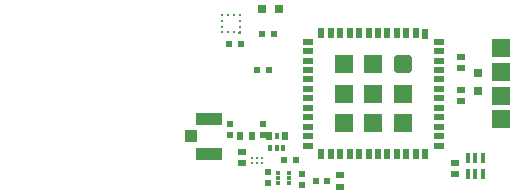
<source format=gbp>
G04*
G04 #@! TF.GenerationSoftware,Altium Limited,Altium Designer,19.1.6 (110)*
G04*
G04 Layer_Color=128*
%FSAX25Y25*%
%MOIN*%
G70*
G01*
G75*
%ADD17R,0.01968X0.02362*%
%ADD18R,0.02362X0.01968*%
%ADD23R,0.03150X0.03150*%
%ADD25R,0.03150X0.03150*%
%ADD26R,0.02520X0.02362*%
%ADD61C,0.01181*%
%ADD62R,0.01181X0.01968*%
%ADD63R,0.01968X0.02803*%
%ADD64R,0.05906X0.05906*%
%ADD65R,0.01575X0.01181*%
%ADD66R,0.01575X0.03543*%
%ADD67R,0.05906X0.05906*%
G04:AMPARAMS|DCode=68|XSize=59.06mil|YSize=59.06mil|CornerRadius=5.91mil|HoleSize=0mil|Usage=FLASHONLY|Rotation=180.000|XOffset=0mil|YOffset=0mil|HoleType=Round|Shape=RoundedRectangle|*
%AMROUNDEDRECTD68*
21,1,0.05906,0.04724,0,0,180.0*
21,1,0.04724,0.05906,0,0,180.0*
1,1,0.01181,-0.02362,0.02362*
1,1,0.01181,0.02362,0.02362*
1,1,0.01181,0.02362,-0.02362*
1,1,0.01181,-0.02362,-0.02362*
%
%ADD68ROUNDEDRECTD68*%
%ADD71R,0.00394X0.00394*%
%ADD72R,0.00984X0.01083*%
%ADD73R,0.01083X0.00984*%
%ADD74R,0.02441X0.02244*%
%ADD75R,0.03937X0.03937*%
%ADD76R,0.08661X0.04134*%
%ADD77R,0.02362X0.02803*%
%ADD100R,0.03780X0.01968*%
%ADD101R,0.03740X0.01929*%
%ADD102R,0.03740X0.01929*%
%ADD103R,0.01929X0.03740*%
%ADD104C,0.00039*%
G36*
X0129043Y0170965D02*
Y0169882D01*
X0128059D01*
X0128059Y0170620D01*
X0128404Y0170965D01*
X0129043Y0170965D01*
D02*
G37*
D17*
X0147370Y0127992D02*
D03*
X0143433D02*
D03*
X0153905Y0120945D02*
D03*
X0157843D02*
D03*
X0138315Y0158031D02*
D03*
X0134378D02*
D03*
X0125126Y0166496D02*
D03*
X0129063D02*
D03*
X0136150Y0169803D02*
D03*
X0140087D02*
D03*
D18*
X0137922Y0120102D02*
D03*
Y0124039D02*
D03*
X0149535Y0123386D02*
D03*
Y0119449D02*
D03*
D23*
X0207961Y0156968D02*
D03*
Y0151063D02*
D03*
D25*
X0141819Y0178228D02*
D03*
X0135913D02*
D03*
D26*
X0129496Y0130709D02*
D03*
Y0126929D02*
D03*
X0162055Y0118976D02*
D03*
Y0122756D02*
D03*
X0200362Y0123268D02*
D03*
Y0127047D02*
D03*
X0202291Y0147480D02*
D03*
Y0151260D02*
D03*
Y0162284D02*
D03*
Y0158504D02*
D03*
D61*
X0132882Y0128425D02*
D03*
Y0126850D02*
D03*
X0134457Y0128425D02*
D03*
Y0126850D02*
D03*
X0136031Y0128425D02*
D03*
Y0126850D02*
D03*
D62*
X0138866Y0131929D02*
D03*
X0141032D02*
D03*
X0143197D02*
D03*
X0141032Y0135866D02*
D03*
D63*
X0138472D02*
D03*
X0143591D02*
D03*
D64*
X0215638Y0141496D02*
D03*
Y0149370D02*
D03*
Y0157244D02*
D03*
Y0165118D02*
D03*
D65*
X0145009Y0120298D02*
D03*
Y0121873D02*
D03*
Y0123448D02*
D03*
X0141466Y0120298D02*
D03*
Y0121873D02*
D03*
Y0123448D02*
D03*
D66*
X0204575Y0123346D02*
D03*
X0207134D02*
D03*
X0209693D02*
D03*
Y0128465D02*
D03*
X0207134D02*
D03*
X0204575D02*
D03*
D67*
X0163268Y0140197D02*
D03*
X0173110D02*
D03*
X0183051D02*
D03*
X0163268Y0150039D02*
D03*
X0173110D02*
D03*
X0182953D02*
D03*
X0163268Y0159882D02*
D03*
X0173110Y0159882D02*
D03*
D68*
X0182953Y0159882D02*
D03*
D71*
X0128551Y0170433D02*
D03*
D72*
X0126583D02*
D03*
X0124614D02*
D03*
X0122646D02*
D03*
Y0176339D02*
D03*
X0124614D02*
D03*
X0126583D02*
D03*
X0128551D02*
D03*
D73*
X0122646Y0172402D02*
D03*
X0122646Y0174370D02*
D03*
X0128551D02*
D03*
Y0172402D02*
D03*
D74*
X0125402Y0139842D02*
D03*
Y0136142D02*
D03*
X0136346Y0139842D02*
D03*
Y0136142D02*
D03*
D75*
X0112417Y0135866D02*
D03*
D76*
X0118323Y0141673D02*
D03*
Y0130059D02*
D03*
D77*
X0128866Y0135866D02*
D03*
X0132646D02*
D03*
D100*
X0194889Y0167382D02*
D03*
X0151347Y0167342D02*
D03*
Y0164193D02*
D03*
Y0161043D02*
D03*
Y0157894D02*
D03*
Y0154744D02*
D03*
Y0151594D02*
D03*
Y0148445D02*
D03*
Y0145296D02*
D03*
Y0142146D02*
D03*
Y0138996D02*
D03*
Y0135847D02*
D03*
Y0132697D02*
D03*
D101*
X0194909Y0164252D02*
D03*
Y0161063D02*
D03*
Y0154764D02*
D03*
Y0151614D02*
D03*
Y0148465D02*
D03*
Y0145315D02*
D03*
Y0142166D02*
D03*
Y0139016D02*
D03*
Y0135866D02*
D03*
Y0132717D02*
D03*
D102*
Y0157913D02*
D03*
D103*
X0190461Y0130040D02*
D03*
X0187311D02*
D03*
X0184122D02*
D03*
X0180972D02*
D03*
X0177862D02*
D03*
X0174712D02*
D03*
X0171563D02*
D03*
X0168413D02*
D03*
X0165264D02*
D03*
X0162115D02*
D03*
X0158926D02*
D03*
X0155618D02*
D03*
X0190461Y0170039D02*
D03*
X0187272Y0170079D02*
D03*
X0184122D02*
D03*
X0180972D02*
D03*
X0177823D02*
D03*
X0174712D02*
D03*
X0171563D02*
D03*
X0168413D02*
D03*
X0165264D02*
D03*
X0162114D02*
D03*
X0158965D02*
D03*
X0155776D02*
D03*
D104*
X0057882Y0158622D02*
D03*
X0052882D02*
D03*
X0057882Y0153622D02*
D03*
X0052882D02*
D03*
X0057882Y0148307D02*
D03*
X0052882Y0148622D02*
D03*
M02*

</source>
